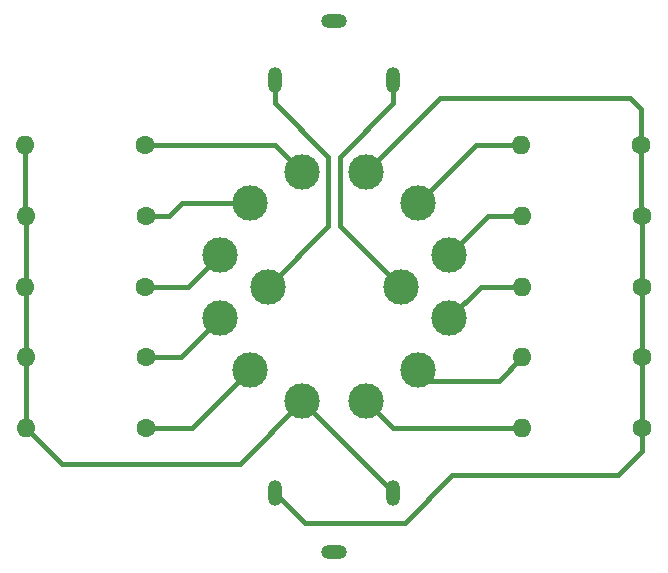
<source format=gbr>
%TF.GenerationSoftware,KiCad,Pcbnew,7.0.7*%
%TF.CreationDate,2024-06-01T16:44:26-07:00*%
%TF.ProjectId,Impedance Selector,496d7065-6461-46e6-9365-2053656c6563,rev?*%
%TF.SameCoordinates,Original*%
%TF.FileFunction,Copper,L2,Bot*%
%TF.FilePolarity,Positive*%
%FSLAX46Y46*%
G04 Gerber Fmt 4.6, Leading zero omitted, Abs format (unit mm)*
G04 Created by KiCad (PCBNEW 7.0.7) date 2024-06-01 16:44:26*
%MOMM*%
%LPD*%
G01*
G04 APERTURE LIST*
%TA.AperFunction,ComponentPad*%
%ADD10C,3.000000*%
%TD*%
%TA.AperFunction,ComponentPad*%
%ADD11O,1.600000X1.600000*%
%TD*%
%TA.AperFunction,ComponentPad*%
%ADD12C,1.600000*%
%TD*%
%TA.AperFunction,ComponentPad*%
%ADD13O,1.200000X2.200000*%
%TD*%
%TA.AperFunction,ComponentPad*%
%ADD14O,2.200000X1.200000*%
%TD*%
%TA.AperFunction,Conductor*%
%ADD15C,0.400000*%
%TD*%
G04 APERTURE END LIST*
D10*
%TO.P,SW1,1,1*%
%TO.N,Net-(J2-PadT)*%
X152670000Y-90310000D03*
%TO.P,SW1,2,2*%
%TO.N,Net-(R1L1-Pad1)*%
X157100000Y-92890000D03*
%TO.P,SW1,3,3*%
%TO.N,Net-(R2L1-Pad1)*%
X159680000Y-97300000D03*
%TO.P,SW1,4,4*%
%TO.N,Net-(R3L1-Pad1)*%
X159680000Y-102700000D03*
%TO.P,SW1,5,5*%
%TO.N,Net-(R4L1-Pad1)*%
X157100000Y-107110000D03*
%TO.P,SW1,6,6*%
%TO.N,Net-(R5L1-Pad1)*%
X152670000Y-109690000D03*
%TO.P,SW1,7,7*%
%TO.N,Net-(J2-PadR)*%
X147300000Y-109680000D03*
%TO.P,SW1,8,8*%
%TO.N,Net-(R1R1-Pad1)*%
X142890000Y-107100000D03*
%TO.P,SW1,9,9*%
%TO.N,Net-(R2R1-Pad1)*%
X140320000Y-102700000D03*
%TO.P,SW1,10,10*%
%TO.N,Net-(R3R1-Pad1)*%
X140320000Y-97300000D03*
%TO.P,SW1,11,11*%
%TO.N,Net-(R4R1-Pad1)*%
X142900000Y-92890000D03*
%TO.P,SW1,12,12*%
%TO.N,Net-(R5R1-Pad1)*%
X147300000Y-90320000D03*
%TO.P,SW1,13,13*%
%TO.N,Net-(J1-PadT)*%
X155650000Y-100000000D03*
%TO.P,SW1,14,14*%
%TO.N,Net-(J1-PadR)*%
X144350000Y-100000000D03*
%TD*%
D11*
%TO.P,R2 L,1*%
%TO.N,Net-(R2L1-Pad1)*%
X165920000Y-94000000D03*
D12*
%TO.P,R2 L,2*%
%TO.N,Net-(J2-PadT)*%
X176080000Y-94000000D03*
%TD*%
D11*
%TO.P,R4 L,1*%
%TO.N,Net-(R4L1-Pad1)*%
X165920000Y-106000000D03*
D12*
%TO.P,R4 L,2*%
%TO.N,Net-(J2-PadT)*%
X176080000Y-106000000D03*
%TD*%
%TO.P,R3 R,1*%
%TO.N,Net-(R3R1-Pad1)*%
X134000000Y-100000000D03*
D11*
%TO.P,R3 R,2*%
%TO.N,Net-(J2-PadR)*%
X123840000Y-100000000D03*
%TD*%
D13*
%TO.P,J2,R*%
%TO.N,Net-(J2-PadR)*%
X155000000Y-117500000D03*
D14*
%TO.P,J2,S*%
%TO.N,GND*%
X150000000Y-122500000D03*
D13*
%TO.P,J2,T*%
%TO.N,Net-(J2-PadT)*%
X145000000Y-117500000D03*
%TD*%
D12*
%TO.P,R4 R,1*%
%TO.N,Net-(R4R1-Pad1)*%
X134080000Y-94000000D03*
D11*
%TO.P,R4 R,2*%
%TO.N,Net-(J2-PadR)*%
X123920000Y-94000000D03*
%TD*%
D13*
%TO.P,J1,R*%
%TO.N,Net-(J1-PadR)*%
X145000000Y-82500000D03*
D14*
%TO.P,J1,S*%
%TO.N,GND*%
X150000000Y-77500000D03*
D13*
%TO.P,J1,T*%
%TO.N,Net-(J1-PadT)*%
X155000000Y-82500000D03*
%TD*%
D11*
%TO.P,R2 R,2*%
%TO.N,Net-(J2-PadR)*%
X123920000Y-106000000D03*
D12*
%TO.P,R2 R,1*%
%TO.N,Net-(R2R1-Pad1)*%
X134080000Y-106000000D03*
%TD*%
%TO.P,R1 L,2*%
%TO.N,Net-(J2-PadT)*%
X176000000Y-88000000D03*
D11*
%TO.P,R1 L,1*%
%TO.N,Net-(R1L1-Pad1)*%
X165840000Y-88000000D03*
%TD*%
%TO.P,R5 L,1*%
%TO.N,Net-(R5L1-Pad1)*%
X165920000Y-112000000D03*
D12*
%TO.P,R5 L,2*%
%TO.N,Net-(J2-PadT)*%
X176080000Y-112000000D03*
%TD*%
%TO.P,R5 R,1*%
%TO.N,Net-(R5R1-Pad1)*%
X134000000Y-88000000D03*
D11*
%TO.P,R5 R,2*%
%TO.N,Net-(J2-PadR)*%
X123840000Y-88000000D03*
%TD*%
%TO.P,R3 L,1*%
%TO.N,Net-(R3L1-Pad1)*%
X165920000Y-100000000D03*
D12*
%TO.P,R3 L,2*%
%TO.N,Net-(J2-PadT)*%
X176080000Y-100000000D03*
%TD*%
D11*
%TO.P,R1 R,2*%
%TO.N,Net-(J2-PadR)*%
X123920000Y-112000000D03*
D12*
%TO.P,R1 R,1*%
%TO.N,Net-(R1R1-Pad1)*%
X134080000Y-112000000D03*
%TD*%
D15*
%TO.N,Net-(J1-PadR)*%
X145000000Y-82500000D02*
X145000000Y-84500000D01*
X149500000Y-94850000D02*
X144350000Y-100000000D01*
X149500000Y-89000000D02*
X149500000Y-94850000D01*
X145000000Y-84500000D02*
X149500000Y-89000000D01*
%TO.N,Net-(J1-PadT)*%
X155000000Y-84500000D02*
X155000000Y-82500000D01*
X150500000Y-89000000D02*
X155000000Y-84500000D01*
X155650000Y-100000000D02*
X150500000Y-94850000D01*
X150500000Y-94850000D02*
X150500000Y-89000000D01*
%TO.N,Net-(J2-PadR)*%
X123920000Y-106000000D02*
X123920000Y-100080000D01*
X147300000Y-109680000D02*
X155000000Y-117380000D01*
X123840000Y-88000000D02*
X123840000Y-93920000D01*
X155000000Y-117380000D02*
X155000000Y-117500000D01*
X147300000Y-109680000D02*
X141980000Y-115000000D01*
X126920000Y-115000000D02*
X123920000Y-112000000D01*
X141980000Y-115000000D02*
X126920000Y-115000000D01*
X123840000Y-93920000D02*
X123920000Y-94000000D01*
X123920000Y-112000000D02*
X123920000Y-106000000D01*
X123920000Y-94000000D02*
X123920000Y-99920000D01*
%TO.N,Net-(J2-PadT)*%
X176080000Y-94000000D02*
X176080000Y-100000000D01*
X160000000Y-116000000D02*
X156000000Y-120000000D01*
X176080000Y-113920000D02*
X174000000Y-116000000D01*
X176000000Y-93920000D02*
X176080000Y-94000000D01*
X176080000Y-112000000D02*
X176080000Y-113920000D01*
X176080000Y-100000000D02*
X176080000Y-106000000D01*
X156000000Y-120000000D02*
X147500000Y-120000000D01*
X176000000Y-85000000D02*
X175000000Y-84000000D01*
X158980000Y-84000000D02*
X152670000Y-90310000D01*
X176000000Y-88000000D02*
X176000000Y-85000000D01*
X175000000Y-84000000D02*
X158980000Y-84000000D01*
X176080000Y-106000000D02*
X176080000Y-112000000D01*
X147500000Y-120000000D02*
X145000000Y-117500000D01*
X174000000Y-116000000D02*
X160000000Y-116000000D01*
X176000000Y-88000000D02*
X176000000Y-93920000D01*
%TO.N,Net-(R1L1-Pad1)*%
X165840000Y-88000000D02*
X161990000Y-88000000D01*
X161990000Y-88000000D02*
X157100000Y-92890000D01*
%TO.N,Net-(R2L1-Pad1)*%
X165920000Y-94000000D02*
X162980000Y-94000000D01*
X162980000Y-94000000D02*
X159680000Y-97300000D01*
%TO.N,Net-(R3L1-Pad1)*%
X162380000Y-100000000D02*
X159680000Y-102700000D01*
X165920000Y-100000000D02*
X162380000Y-100000000D01*
%TO.N,Net-(R4L1-Pad1)*%
X165920000Y-106000000D02*
X163920000Y-108000000D01*
X157990000Y-108000000D02*
X157100000Y-107110000D01*
X163920000Y-108000000D02*
X157990000Y-108000000D01*
%TO.N,Net-(R5L1-Pad1)*%
X165920000Y-112000000D02*
X154980000Y-112000000D01*
X154980000Y-112000000D02*
X152670000Y-109690000D01*
%TO.N,Net-(R1R1-Pad1)*%
X134080000Y-112000000D02*
X137990000Y-112000000D01*
X137990000Y-112000000D02*
X142890000Y-107100000D01*
%TO.N,Net-(R2R1-Pad1)*%
X134080000Y-106000000D02*
X137020000Y-106000000D01*
X137020000Y-106000000D02*
X140320000Y-102700000D01*
%TO.N,Net-(R3R1-Pad1)*%
X137620000Y-100000000D02*
X140320000Y-97300000D01*
X134000000Y-100000000D02*
X137620000Y-100000000D01*
%TO.N,Net-(R4R1-Pad1)*%
X134080000Y-94000000D02*
X136000000Y-94000000D01*
X137110000Y-92890000D02*
X142900000Y-92890000D01*
X136000000Y-94000000D02*
X137110000Y-92890000D01*
%TO.N,Net-(R5R1-Pad1)*%
X134000000Y-88000000D02*
X144980000Y-88000000D01*
X144980000Y-88000000D02*
X147300000Y-90320000D01*
%TD*%
M02*

</source>
